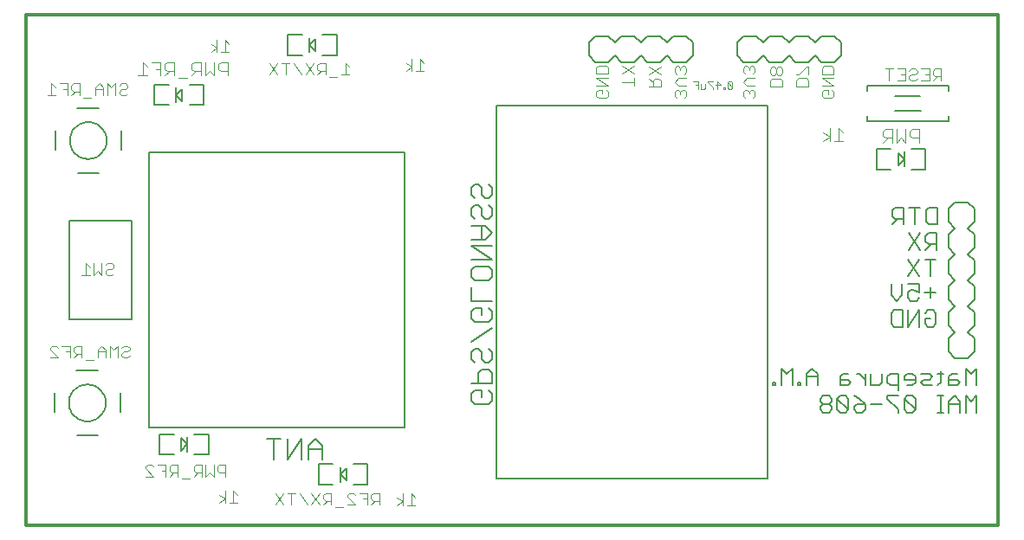
<source format=gbo>
G75*
%MOIN*%
%OFA0B0*%
%FSLAX24Y24*%
%IPPOS*%
%LPD*%
%AMOC8*
5,1,8,0,0,1.08239X$1,22.5*
%
%ADD10C,0.0040*%
%ADD11C,0.0060*%
%ADD12C,0.0120*%
%ADD13C,0.0080*%
%ADD14C,0.0050*%
%ADD15C,0.0070*%
%ADD16C,0.0030*%
D10*
X004770Y002050D02*
X005077Y002050D01*
X004770Y002357D01*
X004770Y002434D01*
X004847Y002511D01*
X005000Y002511D01*
X005077Y002434D01*
X005230Y002511D02*
X005537Y002511D01*
X005537Y002050D01*
X005691Y002050D02*
X005844Y002204D01*
X005768Y002204D02*
X005998Y002204D01*
X005998Y002050D02*
X005998Y002511D01*
X005768Y002511D01*
X005691Y002434D01*
X005691Y002281D01*
X005768Y002204D01*
X005537Y002281D02*
X005384Y002281D01*
X006151Y001974D02*
X006458Y001974D01*
X006612Y002050D02*
X006765Y002204D01*
X006688Y002204D02*
X006919Y002204D01*
X006919Y002050D02*
X006919Y002511D01*
X006688Y002511D01*
X006612Y002434D01*
X006612Y002281D01*
X006688Y002204D01*
X007072Y002050D02*
X007072Y002511D01*
X007379Y002511D02*
X007379Y002050D01*
X007225Y002204D01*
X007072Y002050D01*
X007532Y002281D02*
X007609Y002204D01*
X007839Y002204D01*
X007839Y002050D02*
X007839Y002511D01*
X007609Y002511D01*
X007532Y002434D01*
X007532Y002281D01*
X007828Y001499D02*
X007828Y001038D01*
X007981Y001038D02*
X008288Y001038D01*
X008135Y001038D02*
X008135Y001499D01*
X008288Y001345D01*
X007828Y001192D02*
X007598Y001345D01*
X007828Y001192D02*
X007598Y001038D01*
X009762Y000959D02*
X010069Y001419D01*
X010222Y001419D02*
X010529Y001419D01*
X010376Y001419D02*
X010376Y000959D01*
X010069Y000959D02*
X009762Y001419D01*
X010683Y001419D02*
X010990Y000959D01*
X011143Y000959D02*
X011450Y001419D01*
X011604Y001342D02*
X011680Y001419D01*
X011911Y001419D01*
X011911Y000959D01*
X011911Y001112D02*
X011680Y001112D01*
X011604Y001189D01*
X011604Y001342D01*
X011757Y001112D02*
X011604Y000959D01*
X011450Y000959D02*
X011143Y001419D01*
X012064Y000882D02*
X012371Y000882D01*
X012524Y000959D02*
X012831Y000959D01*
X012524Y001265D01*
X012524Y001342D01*
X012601Y001419D01*
X012755Y001419D01*
X012831Y001342D01*
X012985Y001419D02*
X013292Y001419D01*
X013292Y000959D01*
X013445Y000959D02*
X013599Y001112D01*
X013522Y001112D02*
X013752Y001112D01*
X013752Y000959D02*
X013752Y001419D01*
X013522Y001419D01*
X013445Y001342D01*
X013445Y001189D01*
X013522Y001112D01*
X013292Y001189D02*
X013138Y001189D01*
X014444Y001245D02*
X014674Y001092D01*
X014444Y000939D01*
X014674Y000939D02*
X014674Y001399D01*
X014981Y001399D02*
X014981Y000939D01*
X014828Y000939D02*
X015135Y000939D01*
X015135Y001245D02*
X014981Y001399D01*
X004152Y006701D02*
X004075Y006624D01*
X003922Y006624D01*
X003845Y006701D01*
X003845Y006778D01*
X003922Y006855D01*
X004075Y006855D01*
X004152Y006931D01*
X004152Y007008D01*
X004075Y007085D01*
X003922Y007085D01*
X003845Y007008D01*
X003692Y007085D02*
X003538Y006931D01*
X003385Y007085D01*
X003385Y006624D01*
X003231Y006624D02*
X003231Y006931D01*
X003078Y007085D01*
X002924Y006931D01*
X002924Y006624D01*
X002771Y006548D02*
X002464Y006548D01*
X002311Y006624D02*
X002311Y007085D01*
X002080Y007085D01*
X002004Y007008D01*
X002004Y006855D01*
X002080Y006778D01*
X002311Y006778D01*
X002157Y006778D02*
X002004Y006624D01*
X001850Y006624D02*
X001850Y007085D01*
X001543Y007085D01*
X001390Y007008D02*
X001313Y007085D01*
X001160Y007085D01*
X001083Y007008D01*
X001083Y006931D01*
X001390Y006624D01*
X001083Y006624D01*
X001697Y006855D02*
X001850Y006855D01*
X002924Y006855D02*
X003231Y006855D01*
X003692Y006624D02*
X003692Y007085D01*
X003456Y009810D02*
X003303Y009810D01*
X003226Y009887D01*
X003226Y009963D01*
X003303Y010040D01*
X003456Y010040D01*
X003533Y010117D01*
X003533Y010194D01*
X003456Y010270D01*
X003303Y010270D01*
X003226Y010194D01*
X003073Y010270D02*
X003073Y009810D01*
X002919Y009963D01*
X002766Y009810D01*
X002766Y010270D01*
X002612Y010117D02*
X002459Y010270D01*
X002459Y009810D01*
X002612Y009810D02*
X002305Y009810D01*
X003456Y009810D02*
X003533Y009887D01*
X002674Y016654D02*
X002367Y016654D01*
X002214Y016731D02*
X002214Y017191D01*
X001984Y017191D01*
X001907Y017115D01*
X001907Y016961D01*
X001984Y016884D01*
X002214Y016884D01*
X002060Y016884D02*
X001907Y016731D01*
X001753Y016731D02*
X001753Y017191D01*
X001446Y017191D01*
X001293Y017038D02*
X001140Y017191D01*
X001140Y016731D01*
X001293Y016731D02*
X000986Y016731D01*
X001600Y016961D02*
X001753Y016961D01*
X002828Y016961D02*
X003135Y016961D01*
X003135Y017038D02*
X002981Y017191D01*
X002828Y017038D01*
X002828Y016731D01*
X003135Y016731D02*
X003135Y017038D01*
X003288Y017191D02*
X003288Y016731D01*
X003595Y016731D02*
X003595Y017191D01*
X003441Y017038D01*
X003288Y017191D01*
X003748Y017115D02*
X003825Y017191D01*
X003979Y017191D01*
X004055Y017115D01*
X004055Y017038D01*
X003979Y016961D01*
X003825Y016961D01*
X003748Y016884D01*
X003748Y016808D01*
X003825Y016731D01*
X003979Y016731D01*
X004055Y016808D01*
X004475Y017489D02*
X004822Y017489D01*
X004648Y017489D02*
X004648Y018010D01*
X004822Y017836D01*
X004990Y018010D02*
X005337Y018010D01*
X005337Y017489D01*
X005506Y017489D02*
X005679Y017663D01*
X005593Y017663D02*
X005853Y017663D01*
X005853Y017489D02*
X005853Y018010D01*
X005593Y018010D01*
X005506Y017923D01*
X005506Y017749D01*
X005593Y017663D01*
X005337Y017749D02*
X005164Y017749D01*
X006022Y017402D02*
X006369Y017402D01*
X006537Y017489D02*
X006711Y017663D01*
X006624Y017663D02*
X006884Y017663D01*
X006884Y017489D02*
X006884Y018010D01*
X006624Y018010D01*
X006537Y017923D01*
X006537Y017749D01*
X006624Y017663D01*
X007053Y017489D02*
X007053Y018010D01*
X007400Y018010D02*
X007400Y017489D01*
X007226Y017663D01*
X007053Y017489D01*
X007569Y017749D02*
X007569Y017923D01*
X007655Y018010D01*
X007916Y018010D01*
X007916Y017489D01*
X007916Y017663D02*
X007655Y017663D01*
X007569Y017749D01*
X007509Y018404D02*
X007509Y018864D01*
X007279Y018711D02*
X007509Y018557D01*
X007279Y018404D01*
X007663Y018404D02*
X007970Y018404D01*
X007816Y018404D02*
X007816Y018864D01*
X007970Y018711D01*
X009534Y017984D02*
X009841Y017524D01*
X009534Y017524D02*
X009841Y017984D01*
X009995Y017984D02*
X010302Y017984D01*
X010455Y017984D02*
X010762Y017524D01*
X010916Y017524D02*
X011222Y017984D01*
X011376Y017908D02*
X011376Y017754D01*
X011453Y017677D01*
X011683Y017677D01*
X011683Y017524D02*
X011683Y017984D01*
X011453Y017984D01*
X011376Y017908D01*
X011529Y017677D02*
X011376Y017524D01*
X011222Y017524D02*
X010916Y017984D01*
X010148Y017984D02*
X010148Y017524D01*
X011836Y017447D02*
X012143Y017447D01*
X012297Y017524D02*
X012604Y017524D01*
X012450Y017524D02*
X012450Y017984D01*
X012604Y017831D01*
X014779Y017679D02*
X015009Y017833D01*
X014779Y017986D01*
X015009Y018140D02*
X015009Y017679D01*
X015163Y017679D02*
X015469Y017679D01*
X015316Y017679D02*
X015316Y018140D01*
X015469Y017986D01*
X022105Y017791D02*
X022105Y017561D01*
X022566Y017561D01*
X022566Y017791D01*
X022489Y017868D01*
X022182Y017868D01*
X022105Y017791D01*
X022105Y017407D02*
X022566Y017407D01*
X022566Y017100D02*
X022105Y017407D01*
X022105Y017100D02*
X022566Y017100D01*
X022489Y016947D02*
X022566Y016870D01*
X022566Y016717D01*
X022489Y016640D01*
X022182Y016640D01*
X022105Y016717D01*
X022105Y016870D01*
X022182Y016947D01*
X022335Y016947D01*
X022335Y016793D01*
X023085Y017253D02*
X023546Y017253D01*
X023546Y017100D02*
X023546Y017407D01*
X023546Y017560D02*
X023085Y017867D01*
X023085Y017560D02*
X023546Y017867D01*
X024125Y017847D02*
X024586Y017540D01*
X024509Y017387D02*
X024355Y017387D01*
X024279Y017310D01*
X024279Y017080D01*
X024279Y017233D02*
X024125Y017387D01*
X024125Y017540D02*
X024586Y017847D01*
X025115Y017781D02*
X025115Y017628D01*
X025192Y017551D01*
X025269Y017397D02*
X025576Y017397D01*
X025499Y017551D02*
X025576Y017628D01*
X025576Y017781D01*
X025499Y017858D01*
X025422Y017858D01*
X025345Y017781D01*
X025269Y017858D01*
X025192Y017858D01*
X025115Y017781D01*
X025345Y017781D02*
X025345Y017704D01*
X025269Y017397D02*
X025115Y017244D01*
X025269Y017090D01*
X025576Y017090D01*
X025499Y016937D02*
X025422Y016937D01*
X025345Y016860D01*
X025269Y016937D01*
X025192Y016937D01*
X025115Y016860D01*
X025115Y016707D01*
X025192Y016630D01*
X025345Y016783D02*
X025345Y016860D01*
X025499Y016937D02*
X025576Y016860D01*
X025576Y016707D01*
X025499Y016630D01*
X024586Y017080D02*
X024586Y017310D01*
X024509Y017387D01*
X024586Y017080D02*
X024125Y017080D01*
X027748Y017248D02*
X027902Y017095D01*
X028209Y017095D01*
X028132Y016941D02*
X028055Y016941D01*
X027979Y016865D01*
X027902Y016941D01*
X027825Y016941D01*
X027748Y016865D01*
X027748Y016711D01*
X027825Y016635D01*
X027979Y016788D02*
X027979Y016865D01*
X028132Y016941D02*
X028209Y016865D01*
X028209Y016711D01*
X028132Y016635D01*
X028799Y017061D02*
X028799Y017291D01*
X028876Y017368D01*
X029183Y017368D01*
X029260Y017291D01*
X029260Y017061D01*
X028799Y017061D01*
X028876Y017521D02*
X028953Y017521D01*
X029030Y017598D01*
X029030Y017751D01*
X028953Y017828D01*
X028876Y017828D01*
X028799Y017751D01*
X028799Y017598D01*
X028876Y017521D01*
X029030Y017598D02*
X029106Y017521D01*
X029183Y017521D01*
X029260Y017598D01*
X029260Y017751D01*
X029183Y017828D01*
X029106Y017828D01*
X029030Y017751D01*
X028209Y017786D02*
X028132Y017862D01*
X028055Y017862D01*
X027979Y017786D01*
X027902Y017862D01*
X027825Y017862D01*
X027748Y017786D01*
X027748Y017632D01*
X027825Y017555D01*
X027902Y017402D02*
X028209Y017402D01*
X028132Y017555D02*
X028209Y017632D01*
X028209Y017786D01*
X027979Y017786D02*
X027979Y017709D01*
X027902Y017402D02*
X027748Y017248D01*
X029809Y017312D02*
X029809Y017082D01*
X030270Y017082D01*
X030270Y017312D01*
X030193Y017389D01*
X029886Y017389D01*
X029809Y017312D01*
X029809Y017542D02*
X029886Y017542D01*
X030193Y017849D01*
X030270Y017849D01*
X030270Y017542D01*
X030782Y017553D02*
X030782Y017784D01*
X030858Y017860D01*
X031165Y017860D01*
X031242Y017784D01*
X031242Y017553D01*
X030782Y017553D01*
X030782Y017400D02*
X031242Y017400D01*
X031242Y017093D02*
X030782Y017093D01*
X030858Y016940D02*
X031012Y016940D01*
X031012Y016786D01*
X031165Y016633D02*
X030858Y016633D01*
X030782Y016709D01*
X030782Y016863D01*
X030858Y016940D01*
X031165Y016940D02*
X031242Y016863D01*
X031242Y016709D01*
X031165Y016633D01*
X031242Y017093D02*
X030782Y017400D01*
X033224Y017762D02*
X033531Y017762D01*
X033378Y017762D02*
X033378Y017301D01*
X033685Y017301D02*
X033992Y017301D01*
X033992Y017762D01*
X033685Y017762D01*
X033838Y017532D02*
X033992Y017532D01*
X034145Y017455D02*
X034145Y017378D01*
X034222Y017301D01*
X034375Y017301D01*
X034452Y017378D01*
X034606Y017301D02*
X034912Y017301D01*
X034912Y017762D01*
X034606Y017762D01*
X034452Y017685D02*
X034452Y017608D01*
X034375Y017532D01*
X034222Y017532D01*
X034145Y017455D01*
X034145Y017685D02*
X034222Y017762D01*
X034375Y017762D01*
X034452Y017685D01*
X034759Y017532D02*
X034912Y017532D01*
X035066Y017532D02*
X035143Y017455D01*
X035373Y017455D01*
X035219Y017455D02*
X035066Y017301D01*
X035066Y017532D02*
X035066Y017685D01*
X035143Y017762D01*
X035373Y017762D01*
X035373Y017301D01*
X034519Y015441D02*
X034259Y015441D01*
X034172Y015354D01*
X034172Y015181D01*
X034259Y015094D01*
X034519Y015094D01*
X034519Y014921D02*
X034519Y015441D01*
X034004Y015441D02*
X034004Y014921D01*
X033830Y015094D01*
X033657Y014921D01*
X033657Y015441D01*
X033488Y015441D02*
X033228Y015441D01*
X033141Y015354D01*
X033141Y015181D01*
X033228Y015094D01*
X033488Y015094D01*
X033315Y015094D02*
X033141Y014921D01*
X033488Y014921D02*
X033488Y015441D01*
X031606Y015311D02*
X031432Y015484D01*
X031432Y014964D01*
X031259Y014964D02*
X031606Y014964D01*
X031090Y014964D02*
X031090Y015484D01*
X030830Y015311D02*
X031090Y015137D01*
X030830Y014964D01*
D11*
X033497Y012291D02*
X033497Y012078D01*
X033604Y011971D01*
X033924Y011971D01*
X033710Y011971D02*
X033497Y011757D01*
X033924Y011757D02*
X033924Y012398D01*
X033604Y012398D01*
X033497Y012291D01*
X034141Y012398D02*
X034569Y012398D01*
X034355Y012398D02*
X034355Y011757D01*
X034560Y011423D02*
X034133Y010782D01*
X034103Y010404D02*
X034530Y009764D01*
X034520Y009456D02*
X034093Y009456D01*
X033876Y009456D02*
X033876Y009029D01*
X033662Y008815D01*
X033449Y009029D01*
X033449Y009456D01*
X034093Y009135D02*
X034093Y008922D01*
X034200Y008815D01*
X034414Y008815D01*
X034520Y008922D01*
X034520Y009135D02*
X034307Y009242D01*
X034200Y009242D01*
X034093Y009135D01*
X034520Y009135D02*
X034520Y009456D01*
X034951Y009349D02*
X034951Y008922D01*
X035165Y009135D02*
X034738Y009135D01*
X034961Y009764D02*
X034961Y010404D01*
X034748Y010404D02*
X035175Y010404D01*
X035205Y010782D02*
X035205Y011423D01*
X034885Y011423D01*
X034778Y011316D01*
X034778Y011102D01*
X034885Y010996D01*
X035205Y010996D01*
X034991Y010996D02*
X034778Y010782D01*
X034560Y010782D02*
X034133Y011423D01*
X034786Y011864D02*
X034786Y012291D01*
X034893Y012398D01*
X035213Y012398D01*
X035213Y011757D01*
X034893Y011757D01*
X034786Y011864D01*
X034530Y010404D02*
X034103Y009764D01*
X034106Y008460D02*
X034106Y007819D01*
X034533Y008460D01*
X034533Y007819D01*
X034751Y007926D02*
X034751Y008140D01*
X034964Y008140D01*
X034751Y008353D02*
X034857Y008460D01*
X035071Y008460D01*
X035178Y008353D01*
X035178Y007926D01*
X035071Y007819D01*
X034857Y007819D01*
X034751Y007926D01*
X033888Y007819D02*
X033888Y008460D01*
X033568Y008460D01*
X033461Y008353D01*
X033461Y007926D01*
X033568Y007819D01*
X033888Y007819D01*
X036317Y006211D02*
X036317Y005571D01*
X036100Y005677D02*
X035993Y005784D01*
X035673Y005784D01*
X035673Y005891D02*
X035673Y005571D01*
X035993Y005571D01*
X036100Y005677D01*
X035993Y005998D02*
X035779Y005998D01*
X035673Y005891D01*
X035455Y005998D02*
X035242Y005998D01*
X035348Y006104D02*
X035348Y005677D01*
X035242Y005571D01*
X035025Y005571D02*
X034705Y005571D01*
X034598Y005677D01*
X034705Y005784D01*
X034919Y005784D01*
X035025Y005891D01*
X034919Y005998D01*
X034598Y005998D01*
X034381Y005891D02*
X034274Y005998D01*
X034061Y005998D01*
X033954Y005891D01*
X033954Y005784D01*
X034381Y005784D01*
X034381Y005677D02*
X034381Y005891D01*
X034381Y005677D02*
X034274Y005571D01*
X034061Y005571D01*
X033736Y005571D02*
X033416Y005571D01*
X033309Y005677D01*
X033309Y005891D01*
X033416Y005998D01*
X033736Y005998D01*
X033736Y005357D01*
X033736Y005161D02*
X033309Y005161D01*
X033309Y005054D01*
X033736Y004627D01*
X033736Y004521D01*
X033954Y004627D02*
X034061Y004521D01*
X034274Y004521D01*
X034381Y004627D01*
X033954Y005054D01*
X033954Y004627D01*
X034381Y004627D02*
X034381Y005054D01*
X034274Y005161D01*
X034061Y005161D01*
X033954Y005054D01*
X033092Y004841D02*
X032665Y004841D01*
X032447Y004841D02*
X032127Y004841D01*
X032020Y004734D01*
X032020Y004627D01*
X032127Y004521D01*
X032340Y004521D01*
X032447Y004627D01*
X032447Y004841D01*
X032234Y005054D01*
X032020Y005161D01*
X031803Y005054D02*
X031696Y005161D01*
X031482Y005161D01*
X031376Y005054D01*
X031803Y004627D01*
X031696Y004521D01*
X031482Y004521D01*
X031376Y004627D01*
X031376Y005054D01*
X031158Y005054D02*
X031158Y004948D01*
X031051Y004841D01*
X030838Y004841D01*
X030731Y004734D01*
X030731Y004627D01*
X030838Y004521D01*
X031051Y004521D01*
X031158Y004627D01*
X031158Y004734D01*
X031051Y004841D01*
X030838Y004841D02*
X030731Y004948D01*
X030731Y005054D01*
X030838Y005161D01*
X031051Y005161D01*
X031158Y005054D01*
X031483Y005571D02*
X031803Y005571D01*
X031910Y005677D01*
X031803Y005784D01*
X031483Y005784D01*
X031483Y005891D02*
X031483Y005571D01*
X031483Y005891D02*
X031590Y005998D01*
X031803Y005998D01*
X032127Y005998D02*
X032234Y005998D01*
X032447Y005784D01*
X032447Y005571D02*
X032447Y005998D01*
X032665Y005998D02*
X032665Y005571D01*
X032985Y005571D01*
X033092Y005677D01*
X033092Y005998D01*
X031803Y005054D02*
X031803Y004627D01*
X030621Y005571D02*
X030621Y005998D01*
X030407Y006211D01*
X030194Y005998D01*
X030194Y005571D01*
X029976Y005571D02*
X029976Y005677D01*
X029870Y005677D01*
X029870Y005571D01*
X029976Y005571D01*
X029654Y005571D02*
X029654Y006211D01*
X029441Y005998D01*
X029227Y006211D01*
X029227Y005571D01*
X029010Y005571D02*
X029010Y005677D01*
X028903Y005677D01*
X028903Y005571D01*
X029010Y005571D01*
X030194Y005891D02*
X030621Y005891D01*
X035242Y005161D02*
X035455Y005161D01*
X035348Y005161D02*
X035348Y004521D01*
X035242Y004521D02*
X035455Y004521D01*
X035673Y004521D02*
X035673Y004948D01*
X035886Y005161D01*
X036100Y004948D01*
X036100Y004521D01*
X036317Y004521D02*
X036317Y005161D01*
X036531Y004948D01*
X036744Y005161D01*
X036744Y004521D01*
X036100Y004841D02*
X035673Y004841D01*
X036744Y005571D02*
X036744Y006211D01*
X036531Y005998D01*
X036317Y006211D01*
D12*
X037562Y000160D02*
X000160Y000160D01*
X000160Y019845D01*
X037562Y019845D01*
X037562Y000160D01*
D13*
X036406Y006617D02*
X035906Y006617D01*
X035656Y006867D01*
X035656Y007367D01*
X035906Y007617D01*
X035656Y007867D01*
X035656Y008367D01*
X035906Y008617D01*
X035656Y008867D01*
X035656Y009367D01*
X035906Y009617D01*
X035656Y009867D01*
X035656Y010367D01*
X035906Y010617D01*
X035656Y010867D01*
X035656Y011367D01*
X035906Y011617D01*
X035656Y011867D01*
X035656Y012367D01*
X035906Y012617D01*
X036406Y012617D01*
X036656Y012367D01*
X036656Y011867D01*
X036406Y011617D01*
X036656Y011367D01*
X036656Y010867D01*
X036406Y010617D01*
X036656Y010367D01*
X036656Y009867D01*
X036406Y009617D01*
X036656Y009367D01*
X036656Y008867D01*
X036406Y008617D01*
X036656Y008367D01*
X036656Y007867D01*
X036406Y007617D01*
X036656Y007367D01*
X036656Y006867D01*
X036406Y006617D01*
X034777Y013887D02*
X034226Y013887D01*
X033951Y014005D02*
X033951Y014281D01*
X033714Y014517D01*
X033714Y014044D01*
X033951Y014281D01*
X033951Y014556D01*
X034226Y014674D02*
X034777Y014674D01*
X034777Y013887D01*
X033439Y013887D02*
X032888Y013887D01*
X032888Y014674D01*
X033439Y014674D01*
X032516Y015730D02*
X035666Y015730D01*
X035666Y015927D01*
X034583Y016124D02*
X033599Y016124D01*
X033599Y016714D02*
X034563Y016714D01*
X035666Y016911D02*
X035666Y017108D01*
X032516Y017108D01*
X032516Y016911D01*
X032516Y015927D02*
X032516Y015730D01*
X031263Y018015D02*
X030763Y018015D01*
X030513Y018265D01*
X030263Y018015D01*
X029763Y018015D01*
X029513Y018265D01*
X029263Y018015D01*
X028763Y018015D01*
X028513Y018265D01*
X028263Y018015D01*
X027763Y018015D01*
X027513Y018265D01*
X027513Y018765D01*
X027763Y019015D01*
X028263Y019015D01*
X028513Y018765D01*
X028763Y019015D01*
X029263Y019015D01*
X029513Y018765D01*
X029763Y019015D01*
X030263Y019015D01*
X030513Y018765D01*
X030763Y019015D01*
X031263Y019015D01*
X031513Y018765D01*
X031513Y018265D01*
X031263Y018015D01*
X025822Y018270D02*
X025822Y018770D01*
X025572Y019020D01*
X025072Y019020D01*
X024822Y018770D01*
X024572Y019020D01*
X024072Y019020D01*
X023822Y018770D01*
X023572Y019020D01*
X023072Y019020D01*
X022822Y018770D01*
X022572Y019020D01*
X022072Y019020D01*
X021822Y018770D01*
X021822Y018270D01*
X022072Y018020D01*
X022572Y018020D01*
X022822Y018270D01*
X023072Y018020D01*
X023572Y018020D01*
X023822Y018270D01*
X024072Y018020D01*
X024572Y018020D01*
X024822Y018270D01*
X025072Y018020D01*
X025572Y018020D01*
X025822Y018270D01*
X012129Y018270D02*
X011577Y018270D01*
X011302Y018428D02*
X011066Y018664D01*
X011302Y018900D01*
X011302Y018428D01*
X011066Y018388D02*
X011066Y018664D01*
X011066Y018940D01*
X010790Y019058D02*
X010239Y019058D01*
X010239Y018270D01*
X010790Y018270D01*
X011577Y019058D02*
X012129Y019058D01*
X012129Y018270D01*
X007000Y017143D02*
X007000Y016355D01*
X006449Y016355D01*
X006174Y016513D02*
X005937Y016749D01*
X006174Y016985D01*
X006174Y016513D01*
X005937Y016474D02*
X005937Y016749D01*
X005937Y017025D01*
X005662Y017143D02*
X005111Y017143D01*
X005111Y016355D01*
X005662Y016355D01*
X006449Y017143D02*
X007000Y017143D01*
X003817Y015386D02*
X003817Y014638D01*
X001848Y014993D02*
X001850Y015046D01*
X001856Y015099D01*
X001866Y015151D01*
X001879Y015202D01*
X001897Y015252D01*
X001918Y015301D01*
X001943Y015348D01*
X001971Y015392D01*
X002003Y015435D01*
X002037Y015475D01*
X002075Y015513D01*
X002115Y015547D01*
X002158Y015579D01*
X002203Y015607D01*
X002249Y015632D01*
X002298Y015653D01*
X002348Y015671D01*
X002399Y015684D01*
X002451Y015694D01*
X002504Y015700D01*
X002557Y015702D01*
X002610Y015700D01*
X002663Y015694D01*
X002715Y015684D01*
X002766Y015671D01*
X002816Y015653D01*
X002865Y015632D01*
X002912Y015607D01*
X002956Y015579D01*
X002999Y015547D01*
X003039Y015513D01*
X003077Y015475D01*
X003111Y015435D01*
X003143Y015392D01*
X003171Y015347D01*
X003196Y015301D01*
X003217Y015252D01*
X003235Y015202D01*
X003248Y015151D01*
X003258Y015099D01*
X003264Y015046D01*
X003266Y014993D01*
X003264Y014940D01*
X003258Y014887D01*
X003248Y014835D01*
X003235Y014784D01*
X003217Y014734D01*
X003196Y014685D01*
X003171Y014638D01*
X003143Y014594D01*
X003111Y014551D01*
X003077Y014511D01*
X003039Y014473D01*
X002999Y014439D01*
X002956Y014407D01*
X002911Y014379D01*
X002865Y014354D01*
X002816Y014333D01*
X002766Y014315D01*
X002715Y014302D01*
X002663Y014292D01*
X002610Y014286D01*
X002557Y014284D01*
X002504Y014286D01*
X002451Y014292D01*
X002399Y014302D01*
X002348Y014315D01*
X002298Y014333D01*
X002249Y014354D01*
X002202Y014379D01*
X002158Y014407D01*
X002115Y014439D01*
X002075Y014473D01*
X002037Y014511D01*
X002003Y014551D01*
X001971Y014594D01*
X001943Y014639D01*
X001918Y014685D01*
X001897Y014734D01*
X001879Y014784D01*
X001866Y014835D01*
X001856Y014887D01*
X001850Y014940D01*
X001848Y014993D01*
X001297Y014638D02*
X001297Y015386D01*
X002124Y016252D02*
X002951Y016252D01*
X002951Y013733D02*
X002163Y013733D01*
X002089Y006144D02*
X002916Y006144D01*
X003782Y005278D02*
X003782Y004530D01*
X002916Y003625D02*
X002129Y003625D01*
X001262Y004530D02*
X001262Y005278D01*
X001813Y004884D02*
X001815Y004937D01*
X001821Y004990D01*
X001831Y005042D01*
X001844Y005093D01*
X001862Y005143D01*
X001883Y005192D01*
X001908Y005239D01*
X001936Y005283D01*
X001968Y005326D01*
X002002Y005366D01*
X002040Y005404D01*
X002080Y005438D01*
X002123Y005470D01*
X002168Y005498D01*
X002214Y005523D01*
X002263Y005544D01*
X002313Y005562D01*
X002364Y005575D01*
X002416Y005585D01*
X002469Y005591D01*
X002522Y005593D01*
X002575Y005591D01*
X002628Y005585D01*
X002680Y005575D01*
X002731Y005562D01*
X002781Y005544D01*
X002830Y005523D01*
X002877Y005498D01*
X002921Y005470D01*
X002964Y005438D01*
X003004Y005404D01*
X003042Y005366D01*
X003076Y005326D01*
X003108Y005283D01*
X003136Y005238D01*
X003161Y005192D01*
X003182Y005143D01*
X003200Y005093D01*
X003213Y005042D01*
X003223Y004990D01*
X003229Y004937D01*
X003231Y004884D01*
X003229Y004831D01*
X003223Y004778D01*
X003213Y004726D01*
X003200Y004675D01*
X003182Y004625D01*
X003161Y004576D01*
X003136Y004529D01*
X003108Y004485D01*
X003076Y004442D01*
X003042Y004402D01*
X003004Y004364D01*
X002964Y004330D01*
X002921Y004298D01*
X002876Y004270D01*
X002830Y004245D01*
X002781Y004224D01*
X002731Y004206D01*
X002680Y004193D01*
X002628Y004183D01*
X002575Y004177D01*
X002522Y004175D01*
X002469Y004177D01*
X002416Y004183D01*
X002364Y004193D01*
X002313Y004206D01*
X002263Y004224D01*
X002214Y004245D01*
X002167Y004270D01*
X002123Y004298D01*
X002080Y004330D01*
X002040Y004364D01*
X002002Y004402D01*
X001968Y004442D01*
X001936Y004485D01*
X001908Y004530D01*
X001883Y004576D01*
X001862Y004625D01*
X001844Y004675D01*
X001831Y004726D01*
X001821Y004778D01*
X001815Y004831D01*
X001813Y004884D01*
X005299Y003683D02*
X005299Y002896D01*
X005851Y002896D01*
X006126Y003053D02*
X006126Y003525D01*
X006362Y003289D01*
X006126Y003053D01*
X006362Y003014D02*
X006362Y003289D01*
X006362Y003565D01*
X006638Y003683D02*
X007189Y003683D01*
X007189Y002896D01*
X006638Y002896D01*
X005851Y003683D02*
X005299Y003683D01*
X011420Y002522D02*
X011420Y001735D01*
X011971Y001735D01*
X012247Y001853D02*
X012247Y002129D01*
X012483Y001892D01*
X012483Y002365D01*
X012247Y002129D01*
X012247Y002404D01*
X011971Y002522D02*
X011420Y002522D01*
X012758Y002522D02*
X013310Y002522D01*
X013310Y001735D01*
X012758Y001735D01*
D14*
X014727Y003923D02*
X014727Y014553D01*
X004884Y014553D01*
X004884Y003923D01*
X014727Y003923D01*
X018270Y001955D02*
X018270Y016322D01*
X028700Y016322D01*
X028700Y001955D01*
X018270Y001955D01*
X004219Y008113D02*
X004219Y011892D01*
X001825Y011892D01*
X001825Y008113D01*
X004219Y008113D01*
D15*
X009445Y003495D02*
X009972Y003495D01*
X009708Y003495D02*
X009708Y002705D01*
X010237Y002705D02*
X010237Y003495D01*
X010764Y003495D02*
X010237Y002705D01*
X010764Y002705D02*
X010764Y003495D01*
X011029Y003232D02*
X011029Y002705D01*
X011556Y002705D02*
X011556Y003232D01*
X011292Y003495D01*
X011029Y003232D01*
X011029Y003100D02*
X011556Y003100D01*
X017297Y004984D02*
X017297Y005247D01*
X017429Y005379D01*
X017693Y005379D01*
X017693Y005116D01*
X017956Y005379D02*
X018088Y005247D01*
X018088Y004984D01*
X017956Y004852D01*
X017429Y004852D01*
X017297Y004984D01*
X017297Y005644D02*
X018088Y005644D01*
X018088Y006039D01*
X017956Y006171D01*
X017693Y006171D01*
X017561Y006039D01*
X017561Y005644D01*
X017429Y006436D02*
X017297Y006568D01*
X017297Y006831D01*
X017429Y006963D01*
X017561Y006963D01*
X017693Y006831D01*
X017693Y006568D01*
X017824Y006436D01*
X017956Y006436D01*
X018088Y006568D01*
X018088Y006831D01*
X017956Y006963D01*
X017297Y007228D02*
X018088Y007755D01*
X017956Y008020D02*
X017429Y008020D01*
X017297Y008151D01*
X017297Y008415D01*
X017429Y008547D01*
X017693Y008547D01*
X017693Y008283D01*
X017956Y008020D02*
X018088Y008151D01*
X018088Y008415D01*
X017956Y008547D01*
X018088Y008811D02*
X017297Y008811D01*
X017297Y009339D01*
X017429Y009603D02*
X017297Y009735D01*
X017297Y009999D01*
X017429Y010130D01*
X017956Y010130D01*
X018088Y009999D01*
X018088Y009735D01*
X017956Y009603D01*
X017429Y009603D01*
X017297Y010395D02*
X018088Y010395D01*
X017297Y010922D01*
X018088Y010922D01*
X017824Y011187D02*
X018088Y011451D01*
X017824Y011714D01*
X017297Y011714D01*
X017429Y011979D02*
X017297Y012111D01*
X017297Y012374D01*
X017429Y012506D01*
X017561Y012506D01*
X017693Y012374D01*
X017693Y012111D01*
X017824Y011979D01*
X017956Y011979D01*
X018088Y012111D01*
X018088Y012374D01*
X017956Y012506D01*
X017956Y012771D02*
X017824Y012771D01*
X017693Y012903D01*
X017693Y013166D01*
X017561Y013298D01*
X017429Y013298D01*
X017297Y013166D01*
X017297Y012903D01*
X017429Y012771D01*
X017956Y012771D02*
X018088Y012903D01*
X018088Y013166D01*
X017956Y013298D01*
X017693Y011714D02*
X017693Y011187D01*
X017824Y011187D02*
X017297Y011187D01*
D16*
X026015Y016983D02*
X026015Y017273D01*
X025822Y017273D01*
X025918Y017128D02*
X026015Y017128D01*
X026116Y017176D02*
X026116Y016983D01*
X026261Y016983D01*
X026310Y017031D01*
X026310Y017176D01*
X026411Y017225D02*
X026604Y017031D01*
X026604Y016983D01*
X026754Y016983D02*
X026754Y017273D01*
X026899Y017128D01*
X026706Y017128D01*
X026604Y017273D02*
X026411Y017273D01*
X026411Y017225D01*
X026998Y017031D02*
X026998Y016983D01*
X027046Y016983D01*
X027046Y017031D01*
X026998Y017031D01*
X027148Y017031D02*
X027196Y016983D01*
X027293Y016983D01*
X027341Y017031D01*
X027148Y017225D01*
X027148Y017031D01*
X027341Y017031D02*
X027341Y017225D01*
X027293Y017273D01*
X027196Y017273D01*
X027148Y017225D01*
M02*

</source>
